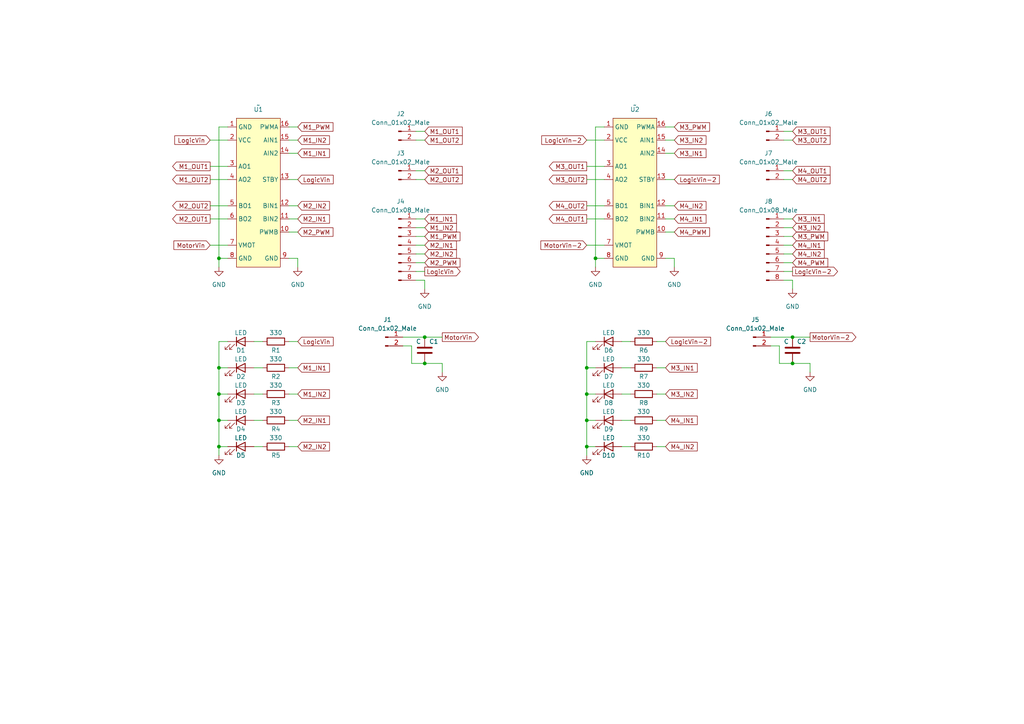
<source format=kicad_sch>
(kicad_sch (version 20230121) (generator eeschema)
  (paper "A4")
  (lib_symbols
    (symbol "@2023_MotorDriver:TB6612FNG"
      (property "Reference" "U" (at 0 2.54 0))
      (symbol "TB6612FNG_1_1"
        (rectangle (start -6.35 0) (end 6.35 -43.18) (fill (type background)))
        (pin passive line (at -8.89 -2.54 0) (length 2.54) (name "GND") (number "1"))
        (pin passive line (at 8.89 -33.02 180) (length 2.54) (name "PWMB") (number "10"))
        (pin passive line (at 8.89 -29.21 180) (length 2.54) (name "BIN2") (number "11"))
        (pin passive line (at 8.89 -25.4 180) (length 2.54) (name "BIN1") (number "12"))
        (pin passive line (at 8.89 -17.78 180) (length 2.54) (name "STBY") (number "13"))
        (pin passive line (at 8.89 -10.16 180) (length 2.54) (name "AIN2") (number "14"))
        (pin passive line (at 8.89 -6.35 180) (length 2.54) (name "AIN1") (number "15"))
        (pin passive line (at 8.89 -2.54 180) (length 2.54) (name "PWMA") (number "16"))
        (pin passive line (at -8.89 -6.35 0) (length 2.54) (name "VCC") (number "2"))
        (pin passive line (at -8.89 -13.97 0) (length 2.54) (name "AO1") (number "3"))
        (pin passive line (at -8.89 -17.78 0) (length 2.54) (name "AO2") (number "4"))
        (pin passive line (at -8.89 -25.4 0) (length 2.54) (name "BO1") (number "5"))
        (pin passive line (at -8.89 -29.21 0) (length 2.54) (name "BO2") (number "6"))
        (pin passive line (at -8.89 -36.83 0) (length 2.54) (name "VMOT") (number "7"))
        (pin passive line (at -8.89 -40.64 0) (length 2.54) (name "GND") (number "8"))
        (pin passive line (at 8.89 -40.64 180) (length 2.54) (name "GND") (number "9"))
      )
    )
    (symbol "Connector:Conn_01x02_Male" (pin_names (offset 1.016) hide)
      (property "Reference" "J" (at 0 2.54 0))
      (property "Value" "Conn_01x02_Male" (at 0 -5.08 0))
      (symbol "Conn_01x02_Male_1_1"
        (polyline (pts (xy 1.27 -2.54) (xy 0.8636 -2.54)) (stroke (width 0.1524)))
        (polyline (pts (xy 1.27 0) (xy 0.8636 0)) (stroke (width 0.1524)))
        (rectangle (start 0.8636 -2.413) (end 0 -2.667) (stroke (width 0.1524)) (fill (type outline)))
        (rectangle (start 0.8636 0.127) (end 0 -0.127) (stroke (width 0.1524)) (fill (type outline)))
        (pin passive line (at 5.08 0 180) (length 3.81) (name "Pin_1") (number "1"))
        (pin passive line (at 5.08 -2.54 180) (length 3.81) (name "Pin_2") (number "2"))
      )
    )
    (symbol "Connector:Conn_01x08_Male" (pin_names (offset 1.016) hide)
      (property "Reference" "J" (at 0 10.16 0))
      (property "Value" "Conn_01x08_Male" (at 0 -12.7 0))
      (symbol "Conn_01x08_Male_1_1"
        (polyline (pts (xy 1.27 -10.16) (xy 0.8636 -10.16)) (stroke (width 0.1524)))
        (polyline (pts (xy 1.27 -7.62) (xy 0.8636 -7.62)) (stroke (width 0.1524)))
        (polyline (pts (xy 1.27 -5.08) (xy 0.8636 -5.08)) (stroke (width 0.1524)))
        (polyline (pts (xy 1.27 -2.54) (xy 0.8636 -2.54)) (stroke (width 0.1524)))
        (polyline (pts (xy 1.27 0) (xy 0.8636 0)) (stroke (width 0.1524)))
        (polyline (pts (xy 1.27 2.54) (xy 0.8636 2.54)) (stroke (width 0.1524)))
        (polyline (pts (xy 1.27 5.08) (xy 0.8636 5.08)) (stroke (width 0.1524)))
        (polyline (pts (xy 1.27 7.62) (xy 0.8636 7.62)) (stroke (width 0.1524)))
        (rectangle (start 0.8636 -10.033) (end 0 -10.287) (stroke (width 0.1524)) (fill (type outline)))
        (rectangle (start 0.8636 -7.493) (end 0 -7.747) (stroke (width 0.1524)) (fill (type outline)))
        (rectangle (start 0.8636 -4.953) (end 0 -5.207) (stroke (width 0.1524)) (fill (type outline)))
        (rectangle (start 0.8636 -2.413) (end 0 -2.667) (stroke (width 0.1524)) (fill (type outline)))
        (rectangle (start 0.8636 0.127) (end 0 -0.127) (stroke (width 0.1524)) (fill (type outline)))
        (rectangle (start 0.8636 2.667) (end 0 2.413) (stroke (width 0.1524)) (fill (type outline)))
        (rectangle (start 0.8636 5.207) (end 0 4.953) (stroke (width 0.1524)) (fill (type outline)))
        (rectangle (start 0.8636 7.747) (end 0 7.493) (stroke (width 0.1524)) (fill (type outline)))
        (pin passive line (at 5.08 7.62 180) (length 3.81) (name "Pin_1") (number "1"))
        (pin passive line (at 5.08 5.08 180) (length 3.81) (name "Pin_2") (number "2"))
        (pin passive line (at 5.08 2.54 180) (length 3.81) (name "Pin_3") (number "3"))
        (pin passive line (at 5.08 0 180) (length 3.81) (name "Pin_4") (number "4"))
        (pin passive line (at 5.08 -2.54 180) (length 3.81) (name "Pin_5") (number "5"))
        (pin passive line (at 5.08 -5.08 180) (length 3.81) (name "Pin_6") (number "6"))
        (pin passive line (at 5.08 -7.62 180) (length 3.81) (name "Pin_7") (number "7"))
        (pin passive line (at 5.08 -10.16 180) (length 3.81) (name "Pin_8") (number "8"))
      )
    )
    (symbol "Device:C" (pin_numbers hide) (pin_names (offset 0.254))
      (property "Reference" "C" (at 0.635 2.54 0))
      (property "Value" "C" (at 0.635 -2.54 0))
      (symbol "C_0_1"
        (polyline (pts (xy -2.032 -0.762) (xy 2.032 -0.762)) (stroke (width 0.508)))
        (polyline (pts (xy -2.032 0.762) (xy 2.032 0.762)) (stroke (width 0.508)))
      )
      (symbol "C_1_1"
        (pin passive line (at 0 3.81 270) (length 2.794) (name "~") (number "1"))
        (pin passive line (at 0 -3.81 90) (length 2.794) (name "~") (number "2"))
      )
    )
    (symbol "Device:LED" (pin_numbers hide) (pin_names (offset 1.016) hide)
      (property "Reference" "D" (at 0 2.54 0))
      (property "Value" "LED" (at 0 -2.54 0))
      (symbol "LED_0_1"
        (polyline (pts (xy -1.27 -1.27) (xy -1.27 1.27)) (stroke (width 0.254)))
        (polyline (pts (xy -1.27 0) (xy 1.27 0)))
        (polyline (pts (xy 1.27 -1.27) (xy 1.27 1.27) (xy -1.27 0) (xy 1.27 -1.27)) (stroke (width 0.254)))
        (polyline (pts (xy -3.048 -0.762) (xy -4.572 -2.286) (xy -3.81 -2.286) (xy -4.572 -2.286) (xy -4.572 -1.524)))
        (polyline (pts (xy -1.778 -0.762) (xy -3.302 -2.286) (xy -2.54 -2.286) (xy -3.302 -2.286) (xy -3.302 -1.524)))
      )
      (symbol "LED_1_1"
        (pin passive line (at -3.81 0 0) (length 2.54) (name "K") (number "1"))
        (pin passive line (at 3.81 0 180) (length 2.54) (name "A") (number "2"))
      )
    )
    (symbol "Device:R" (pin_numbers hide) (pin_names (offset 0))
      (property "Reference" "R" (at 2.032 0 90))
      (property "Value" "R" (at 0 0 90))
      (symbol "R_0_1"
        (rectangle (start -1.016 -2.54) (end 1.016 2.54) (stroke (width 0.254)))
      )
      (symbol "R_1_1"
        (pin passive line (at 0 3.81 270) (length 1.27) (name "~") (number "1"))
        (pin passive line (at 0 -3.81 90) (length 1.27) (name "~") (number "2"))
      )
    )
    (symbol "power:GND" (power) (pin_names (offset 0))
      (property "Value" "GND" (at 0 -3.81 0))
      (symbol "GND_0_1"
        (polyline (pts (xy 0 0) (xy 0 -1.27) (xy 1.27 -1.27) (xy 0 -2.54) (xy -1.27 -1.27) (xy 0 -1.27)))
      )
      (symbol "GND_1_1"
        (pin power_in line (at 0 0 270) (length 0) hide (name "GND") (number "1"))
      )
    )
  )
  (junction (at 63.5 114.3))
  (junction (at 123.19 97.79))
  (junction (at 63.5 106.68))
  (junction (at 63.5 74.93))
  (junction (at 170.18 121.92))
  (junction (at 170.18 114.3))
  (junction (at 123.19 105.41))
  (junction (at 172.72 74.93))
  (junction (at 63.5 121.92))
  (junction (at 229.87 97.79))
  (junction (at 229.87 105.41))
  (junction (at 170.18 129.54))
  (junction (at 63.5 129.54))
  (junction (at 170.18 106.68))
  (wire (pts (xy 66.04 99.06) (xy 63.5 99.06)))
  (wire (pts (xy 83.82 63.5) (xy 86.36 63.5)))
  (wire (pts (xy 193.04 67.31) (xy 195.58 67.31)))
  (wire (pts (xy 229.87 105.41) (xy 234.95 105.41)))
  (wire (pts (xy 234.95 107.95) (xy 234.95 105.41)))
  (wire (pts (xy 120.65 73.66) (xy 123.19 73.66)))
  (wire (pts (xy 172.72 74.93) (xy 172.72 77.47)))
  (wire (pts (xy 83.82 74.93) (xy 86.36 74.93)))
  (wire (pts (xy 63.5 129.54) (xy 63.5 132.08)))
  (wire (pts (xy 83.82 99.06) (xy 86.36 99.06)))
  (wire (pts (xy 83.82 59.69) (xy 86.36 59.69)))
  (wire (pts (xy 170.18 63.5) (xy 175.26 63.5)))
  (wire (pts (xy 123.19 97.79) (xy 128.27 97.79)))
  (wire (pts (xy 170.18 71.12) (xy 175.26 71.12)))
  (wire (pts (xy 120.65 52.07) (xy 123.19 52.07)))
  (wire (pts (xy 120.65 81.28) (xy 123.19 81.28)))
  (wire (pts (xy 60.96 52.07) (xy 66.04 52.07)))
  (wire (pts (xy 73.66 106.68) (xy 76.2 106.68)))
  (wire (pts (xy 66.04 121.92) (xy 63.5 121.92)))
  (wire (pts (xy 227.33 40.64) (xy 229.87 40.64)))
  (wire (pts (xy 73.66 99.06) (xy 76.2 99.06)))
  (wire (pts (xy 66.04 36.83) (xy 63.5 36.83)))
  (wire (pts (xy 172.72 129.54) (xy 170.18 129.54)))
  (wire (pts (xy 193.04 36.83) (xy 195.58 36.83)))
  (wire (pts (xy 227.33 38.1) (xy 229.87 38.1)))
  (wire (pts (xy 120.65 68.58) (xy 123.19 68.58)))
  (wire (pts (xy 227.33 76.2) (xy 229.87 76.2)))
  (wire (pts (xy 195.58 74.93) (xy 195.58 77.47)))
  (wire (pts (xy 227.33 73.66) (xy 229.87 73.66)))
  (wire (pts (xy 227.33 52.07) (xy 229.87 52.07)))
  (wire (pts (xy 120.65 66.04) (xy 123.19 66.04)))
  (wire (pts (xy 172.72 99.06) (xy 170.18 99.06)))
  (wire (pts (xy 66.04 106.68) (xy 63.5 106.68)))
  (wire (pts (xy 123.19 105.41) (xy 128.27 105.41)))
  (wire (pts (xy 120.65 49.53) (xy 123.19 49.53)))
  (wire (pts (xy 120.65 63.5) (xy 123.19 63.5)))
  (wire (pts (xy 83.82 114.3) (xy 86.36 114.3)))
  (wire (pts (xy 63.5 36.83) (xy 63.5 74.93)))
  (wire (pts (xy 180.34 121.92) (xy 182.88 121.92)))
  (wire (pts (xy 170.18 106.68) (xy 170.18 114.3)))
  (wire (pts (xy 180.34 114.3) (xy 182.88 114.3)))
  (wire (pts (xy 172.72 36.83) (xy 172.72 74.93)))
  (wire (pts (xy 227.33 81.28) (xy 229.87 81.28)))
  (wire (pts (xy 170.18 59.69) (xy 175.26 59.69)))
  (wire (pts (xy 227.33 78.74) (xy 229.87 78.74)))
  (wire (pts (xy 60.96 71.12) (xy 66.04 71.12)))
  (wire (pts (xy 170.18 121.92) (xy 170.18 129.54)))
  (wire (pts (xy 170.18 99.06) (xy 170.18 106.68)))
  (wire (pts (xy 180.34 99.06) (xy 182.88 99.06)))
  (wire (pts (xy 190.5 121.92) (xy 193.04 121.92)))
  (wire (pts (xy 73.66 129.54) (xy 76.2 129.54)))
  (wire (pts (xy 73.66 121.92) (xy 76.2 121.92)))
  (wire (pts (xy 180.34 106.68) (xy 182.88 106.68)))
  (wire (pts (xy 83.82 44.45) (xy 86.36 44.45)))
  (wire (pts (xy 83.82 36.83) (xy 86.36 36.83)))
  (wire (pts (xy 66.04 114.3) (xy 63.5 114.3)))
  (wire (pts (xy 172.72 121.92) (xy 170.18 121.92)))
  (wire (pts (xy 170.18 40.64) (xy 175.26 40.64)))
  (wire (pts (xy 223.52 100.33) (xy 226.06 100.33)))
  (wire (pts (xy 170.18 52.07) (xy 175.26 52.07)))
  (wire (pts (xy 170.18 114.3) (xy 170.18 121.92)))
  (wire (pts (xy 128.27 107.95) (xy 128.27 105.41)))
  (wire (pts (xy 190.5 129.54) (xy 193.04 129.54)))
  (wire (pts (xy 119.38 105.41) (xy 123.19 105.41)))
  (wire (pts (xy 63.5 74.93) (xy 63.5 77.47)))
  (wire (pts (xy 63.5 121.92) (xy 63.5 129.54)))
  (wire (pts (xy 172.72 106.68) (xy 170.18 106.68)))
  (wire (pts (xy 227.33 66.04) (xy 229.87 66.04)))
  (wire (pts (xy 229.87 97.79) (xy 234.95 97.79)))
  (wire (pts (xy 227.33 49.53) (xy 229.87 49.53)))
  (wire (pts (xy 226.06 100.33) (xy 226.06 105.41)))
  (wire (pts (xy 170.18 129.54) (xy 170.18 132.08)))
  (wire (pts (xy 193.04 74.93) (xy 195.58 74.93)))
  (wire (pts (xy 193.04 63.5) (xy 195.58 63.5)))
  (wire (pts (xy 227.33 63.5) (xy 229.87 63.5)))
  (wire (pts (xy 170.18 48.26) (xy 175.26 48.26)))
  (wire (pts (xy 172.72 114.3) (xy 170.18 114.3)))
  (wire (pts (xy 116.84 97.79) (xy 123.19 97.79)))
  (wire (pts (xy 63.5 106.68) (xy 63.5 114.3)))
  (wire (pts (xy 226.06 105.41) (xy 229.87 105.41)))
  (wire (pts (xy 83.82 67.31) (xy 86.36 67.31)))
  (wire (pts (xy 180.34 129.54) (xy 182.88 129.54)))
  (wire (pts (xy 120.65 78.74) (xy 123.19 78.74)))
  (wire (pts (xy 119.38 100.33) (xy 119.38 105.41)))
  (wire (pts (xy 223.52 97.79) (xy 229.87 97.79)))
  (wire (pts (xy 83.82 129.54) (xy 86.36 129.54)))
  (wire (pts (xy 116.84 100.33) (xy 119.38 100.33)))
  (wire (pts (xy 120.65 71.12) (xy 123.19 71.12)))
  (wire (pts (xy 73.66 114.3) (xy 76.2 114.3)))
  (wire (pts (xy 190.5 106.68) (xy 193.04 106.68)))
  (wire (pts (xy 193.04 44.45) (xy 195.58 44.45)))
  (wire (pts (xy 60.96 59.69) (xy 66.04 59.69)))
  (wire (pts (xy 227.33 71.12) (xy 229.87 71.12)))
  (wire (pts (xy 227.33 68.58) (xy 229.87 68.58)))
  (wire (pts (xy 120.65 38.1) (xy 123.19 38.1)))
  (wire (pts (xy 60.96 48.26) (xy 66.04 48.26)))
  (wire (pts (xy 66.04 74.93) (xy 63.5 74.93)))
  (wire (pts (xy 190.5 99.06) (xy 193.04 99.06)))
  (wire (pts (xy 63.5 114.3) (xy 63.5 121.92)))
  (wire (pts (xy 120.65 40.64) (xy 123.19 40.64)))
  (wire (pts (xy 229.87 81.28) (xy 229.87 83.82)))
  (wire (pts (xy 190.5 114.3) (xy 193.04 114.3)))
  (wire (pts (xy 83.82 121.92) (xy 86.36 121.92)))
  (wire (pts (xy 123.19 81.28) (xy 123.19 83.82)))
  (wire (pts (xy 193.04 40.64) (xy 195.58 40.64)))
  (wire (pts (xy 175.26 74.93) (xy 172.72 74.93)))
  (wire (pts (xy 66.04 129.54) (xy 63.5 129.54)))
  (wire (pts (xy 83.82 52.07) (xy 86.36 52.07)))
  (wire (pts (xy 83.82 40.64) (xy 86.36 40.64)))
  (wire (pts (xy 193.04 52.07) (xy 195.58 52.07)))
  (wire (pts (xy 60.96 40.64) (xy 66.04 40.64)))
  (wire (pts (xy 120.65 76.2) (xy 123.19 76.2)))
  (wire (pts (xy 175.26 36.83) (xy 172.72 36.83)))
  (wire (pts (xy 60.96 63.5) (xy 66.04 63.5)))
  (wire (pts (xy 86.36 74.93) (xy 86.36 77.47)))
  (wire (pts (xy 83.82 106.68) (xy 86.36 106.68)))
  (wire (pts (xy 193.04 59.69) (xy 195.58 59.69)))
  (wire (pts (xy 63.5 99.06) (xy 63.5 106.68)))
  (global_label "M2_OUT2" (shape input) (at 123.19 52.07 0) (property "Intersheetrefs" "${INTERSHEET_REFS}" (effects hide)))
  (global_label "M3_OUT2" (shape input) (at 229.87 40.64 0) (property "Intersheetrefs" "${INTERSHEET_REFS}" (effects hide)))
  (global_label "MotorVin" (shape output) (at 128.27 97.79 0) (property "Intersheetrefs" "${INTERSHEET_REFS}" (effects hide)))
  (global_label "M4_IN1" (shape input) (at 195.58 63.5 0) (property "Intersheetrefs" "${INTERSHEET_REFS}" (effects hide)))
  (global_label "LogicVin" (shape input) (at 86.36 52.07 0) (property "Intersheetrefs" "${INTERSHEET_REFS}" (effects hide)))
  (global_label "M3_IN1" (shape input) (at 229.87 63.5 0) (property "Intersheetrefs" "${INTERSHEET_REFS}" (effects hide)))
  (global_label "MotorVin-2" (shape input) (at 170.18 71.12 180) (property "Intersheetrefs" "${INTERSHEET_REFS}" (effects hide)))
  (global_label "M2_OUT2" (shape output) (at 60.96 59.69 180) (property "Intersheetrefs" "${INTERSHEET_REFS}" (effects hide)))
  (global_label "LogicVin" (shape output) (at 123.19 78.74 0) (property "Intersheetrefs" "${INTERSHEET_REFS}" (effects hide)))
  (global_label "M4_IN2" (shape input) (at 193.04 129.54 0) (property "Intersheetrefs" "${INTERSHEET_REFS}" (effects hide)))
  (global_label "MotorVin" (shape input) (at 60.96 71.12 180) (property "Intersheetrefs" "${INTERSHEET_REFS}" (effects hide)))
  (global_label "M2_IN2" (shape input) (at 86.36 129.54 0) (property "Intersheetrefs" "${INTERSHEET_REFS}" (effects hide)))
  (global_label "M2_IN2" (shape input) (at 123.19 73.66 0) (property "Intersheetrefs" "${INTERSHEET_REFS}" (effects hide)))
  (global_label "M1_PWM" (shape input) (at 86.36 36.83 0) (property "Intersheetrefs" "${INTERSHEET_REFS}" (effects hide)))
  (global_label "LogicVin-2" (shape input) (at 193.04 99.06 0) (property "Intersheetrefs" "${INTERSHEET_REFS}" (effects hide)))
  (global_label "M4_IN2" (shape input) (at 229.87 73.66 0) (property "Intersheetrefs" "${INTERSHEET_REFS}" (effects hide)))
  (global_label "M1_IN2" (shape input) (at 86.36 40.64 0) (property "Intersheetrefs" "${INTERSHEET_REFS}" (effects hide)))
  (global_label "LogicVin-2" (shape output) (at 229.87 78.74 0) (property "Intersheetrefs" "${INTERSHEET_REFS}" (effects hide)))
  (global_label "M2_PWM" (shape input) (at 86.36 67.31 0) (property "Intersheetrefs" "${INTERSHEET_REFS}" (effects hide)))
  (global_label "M1_IN1" (shape input) (at 86.36 44.45 0) (property "Intersheetrefs" "${INTERSHEET_REFS}" (effects hide)))
  (global_label "M3_OUT2" (shape output) (at 170.18 52.07 180) (property "Intersheetrefs" "${INTERSHEET_REFS}" (effects hide)))
  (global_label "M4_PWM" (shape input) (at 229.87 76.2 0) (property "Intersheetrefs" "${INTERSHEET_REFS}" (effects hide)))
  (global_label "M3_PWM" (shape input) (at 195.58 36.83 0) (property "Intersheetrefs" "${INTERSHEET_REFS}" (effects hide)))
  (global_label "M4_OUT1" (shape input) (at 229.87 49.53 0) (property "Intersheetrefs" "${INTERSHEET_REFS}" (effects hide)))
  (global_label "M3_IN2" (shape input) (at 229.87 66.04 0) (property "Intersheetrefs" "${INTERSHEET_REFS}" (effects hide)))
  (global_label "M1_IN1" (shape input) (at 86.36 106.68 0) (property "Intersheetrefs" "${INTERSHEET_REFS}" (effects hide)))
  (global_label "LogicVin-2" (shape input) (at 195.58 52.07 0) (property "Intersheetrefs" "${INTERSHEET_REFS}" (effects hide)))
  (global_label "M2_IN1" (shape input) (at 86.36 121.92 0) (property "Intersheetrefs" "${INTERSHEET_REFS}" (effects hide)))
  (global_label "LogicVin-2" (shape input) (at 170.18 40.64 180) (property "Intersheetrefs" "${INTERSHEET_REFS}" (effects hide)))
  (global_label "M3_PWM" (shape input) (at 229.87 68.58 0) (property "Intersheetrefs" "${INTERSHEET_REFS}" (effects hide)))
  (global_label "M1_IN1" (shape input) (at 123.19 63.5 0) (property "Intersheetrefs" "${INTERSHEET_REFS}" (effects hide)))
  (global_label "M4_IN1" (shape input) (at 193.04 121.92 0) (property "Intersheetrefs" "${INTERSHEET_REFS}" (effects hide)))
  (global_label "M3_IN2" (shape input) (at 193.04 114.3 0) (property "Intersheetrefs" "${INTERSHEET_REFS}" (effects hide)))
  (global_label "M2_OUT1" (shape input) (at 123.19 49.53 0) (property "Intersheetrefs" "${INTERSHEET_REFS}" (effects hide)))
  (global_label "M1_OUT1" (shape input) (at 123.19 38.1 0) (property "Intersheetrefs" "${INTERSHEET_REFS}" (effects hide)))
  (global_label "M1_PWM" (shape input) (at 123.19 68.58 0) (property "Intersheetrefs" "${INTERSHEET_REFS}" (effects hide)))
  (global_label "M2_IN1" (shape input) (at 86.36 63.5 0) (property "Intersheetrefs" "${INTERSHEET_REFS}" (effects hide)))
  (global_label "M2_IN1" (shape input) (at 123.19 71.12 0) (property "Intersheetrefs" "${INTERSHEET_REFS}" (effects hide)))
  (global_label "M2_IN2" (shape input) (at 86.36 59.69 0) (property "Intersheetrefs" "${INTERSHEET_REFS}" (effects hide)))
  (global_label "M4_OUT2" (shape input) (at 229.87 52.07 0) (property "Intersheetrefs" "${INTERSHEET_REFS}" (effects hide)))
  (global_label "M3_IN1" (shape input) (at 193.04 106.68 0) (property "Intersheetrefs" "${INTERSHEET_REFS}" (effects hide)))
  (global_label "M1_OUT2" (shape output) (at 60.96 52.07 180) (property "Intersheetrefs" "${INTERSHEET_REFS}" (effects hide)))
  (global_label "M4_IN2" (shape input) (at 195.58 59.69 0) (property "Intersheetrefs" "${INTERSHEET_REFS}" (effects hide)))
  (global_label "M2_PWM" (shape input) (at 123.19 76.2 0) (property "Intersheetrefs" "${INTERSHEET_REFS}" (effects hide)))
  (global_label "LogicVin" (shape input) (at 86.36 99.06 0) (property "Intersheetrefs" "${INTERSHEET_REFS}" (effects hide)))
  (global_label "M4_PWM" (shape input) (at 195.58 67.31 0) (property "Intersheetrefs" "${INTERSHEET_REFS}" (effects hide)))
  (global_label "LogicVin" (shape input) (at 60.96 40.64 180) (property "Intersheetrefs" "${INTERSHEET_REFS}" (effects hide)))
  (global_label "MotorVin-2" (shape output) (at 234.95 97.79 0) (property "Intersheetrefs" "${INTERSHEET_REFS}" (effects hide)))
  (global_label "M3_IN1" (shape input) (at 195.58 44.45 0) (property "Intersheetrefs" "${INTERSHEET_REFS}" (effects hide)))
  (global_label "M2_OUT1" (shape output) (at 60.96 63.5 180) (property "Intersheetrefs" "${INTERSHEET_REFS}" (effects hide)))
  (global_label "M1_OUT1" (shape output) (at 60.96 48.26 180) (property "Intersheetrefs" "${INTERSHEET_REFS}" (effects hide)))
  (global_label "M1_IN2" (shape input) (at 123.19 66.04 0) (property "Intersheetrefs" "${INTERSHEET_REFS}" (effects hide)))
  (global_label "M3_OUT1" (shape input) (at 229.87 38.1 0) (property "Intersheetrefs" "${INTERSHEET_REFS}" (effects hide)))
  (global_label "M1_OUT2" (shape input) (at 123.19 40.64 0) (property "Intersheetrefs" "${INTERSHEET_REFS}" (effects hide)))
  (global_label "M4_OUT1" (shape output) (at 170.18 63.5 180) (property "Intersheetrefs" "${INTERSHEET_REFS}" (effects hide)))
  (global_label "M3_OUT1" (shape output) (at 170.18 48.26 180) (property "Intersheetrefs" "${INTERSHEET_REFS}" (effects hide)))
  (global_label "M4_OUT2" (shape output) (at 170.18 59.69 180) (property "Intersheetrefs" "${INTERSHEET_REFS}" (effects hide)))
  (global_label "M1_IN2" (shape input) (at 86.36 114.3 0) (property "Intersheetrefs" "${INTERSHEET_REFS}" (effects hide)))
  (global_label "M4_IN1" (shape input) (at 229.87 71.12 0) (property "Intersheetrefs" "${INTERSHEET_REFS}" (effects hide)))
  (global_label "M3_IN2" (shape input) (at 195.58 40.64 0) (property "Intersheetrefs" "${INTERSHEET_REFS}" (effects hide)))
  (symbol (lib_id "Device:R") (at 80.01 99.06 270) (unit 1)
    (property "Reference" "R1" (at 80.01 101.6 90))
    (property "Value" "330" (at 80.01 96.52 90))
    (property "Footprint" "Resistor_SMD:R_0805_2012Metric" (effects hide))
  )
  (symbol (lib_id "Connector:Conn_01x02_Male") (at 222.25 38.1 0) (unit 1)
    (property "Reference" "J6" (at 222.885 33.02 0))
    (property "Value" "Conn_01x02_Male" (at 222.885 35.56 0))
    (property "Footprint" "@2023_MotorDriver:JST_VH_B2PS-VH_1x02_P3.96mm_Horizontal" (effects hide))
  )
  (symbol (lib_id "@2023_MotorDriver:TB6612FNG") (at 184.15 34.29 0) (unit 1)
    (property "Reference" "U2" (at 184.15 31.75 0))
    (property "Value" "~" (at 184.15 30.48 0))
    (property "Footprint" "@2023_MotorDriver:TB6612FNG" (effects hide))
  )
  (symbol (lib_id "Connector:Conn_01x02_Male") (at 111.76 97.79 0) (unit 1)
    (property "Reference" "J1" (at 112.395 92.71 0))
    (property "Value" "Conn_01x02_Male" (at 112.395 95.25 0))
    (property "Footprint" "@2023_MotorDriver:JST_VH_B2PS-VH_1x02_P3.96mm_Horizontal" (effects hide))
  )
  (symbol (lib_id "Device:R") (at 80.01 121.92 270) (unit 1)
    (property "Reference" "R4" (at 80.01 124.46 90))
    (property "Value" "330" (at 80.01 119.38 90))
    (property "Footprint" "Resistor_SMD:R_0805_2012Metric" (effects hide))
  )
  (symbol (lib_id "Device:LED") (at 176.53 129.54 0) (unit 1)
    (property "Reference" "D10" (at 176.53 132.08 0))
    (property "Value" "LED" (at 176.53 127 0))
    (property "Footprint" "LED_SMD:LED_0603_1608Metric" (effects hide))
  )
  (symbol (lib_id "Device:C") (at 123.19 101.6 0) (unit 1)
    (property "Reference" "C1" (at 124.46 99.06 0) (effects (justify left)))
    (property "Value" "C" (at 120.65 99.06 0) (effects (justify left)))
    (property "Footprint" "Capacitor_SMD:C_1206_3216Metric" (effects hide))
  )
  (symbol (lib_id "Device:LED") (at 69.85 129.54 0) (unit 1)
    (property "Reference" "D5" (at 69.85 132.08 0))
    (property "Value" "LED" (at 69.85 127 0))
    (property "Footprint" "LED_SMD:LED_0603_1608Metric" (effects hide))
  )
  (symbol (lib_id "power:GND") (at 128.27 107.95 0) (unit 1)
    (property "Reference" "#PWR05" (effects hide))
    (property "Value" "GND" (at 128.27 113.03 0))
  )
  (symbol (lib_id "Device:LED") (at 69.85 121.92 0) (unit 1)
    (property "Reference" "D4" (at 69.85 124.46 0))
    (property "Value" "LED" (at 69.85 119.38 0))
    (property "Footprint" "LED_SMD:LED_0603_1608Metric" (effects hide))
  )
  (symbol (lib_id "Device:LED") (at 176.53 114.3 0) (unit 1)
    (property "Reference" "D8" (at 176.53 116.84 0))
    (property "Value" "LED" (at 176.53 111.76 0))
    (property "Footprint" "LED_SMD:LED_0603_1608Metric" (effects hide))
  )
  (symbol (lib_id "power:GND") (at 170.18 132.08 0) (unit 1)
    (property "Reference" "#PWR06" (effects hide))
    (property "Value" "GND" (at 170.18 137.16 0))
  )
  (symbol (lib_id "Device:LED") (at 176.53 121.92 0) (unit 1)
    (property "Reference" "D9" (at 176.53 124.46 0))
    (property "Value" "LED" (at 176.53 119.38 0))
    (property "Footprint" "LED_SMD:LED_0603_1608Metric" (effects hide))
  )
  (symbol (lib_id "Connector:Conn_01x08_Male") (at 222.25 71.12 0) (unit 1)
    (property "Reference" "J8" (at 222.885 58.42 0))
    (property "Value" "Conn_01x08_Male" (at 222.885 60.96 0))
    (property "Footprint" "Connector_JST:JST_XH_B8B-XH-A_1x08_P2.50mm_Vertical" (effects hide))
  )
  (symbol (lib_id "Device:LED") (at 176.53 106.68 0) (unit 1)
    (property "Reference" "D7" (at 176.53 109.22 0))
    (property "Value" "LED" (at 176.53 104.14 0))
    (property "Footprint" "LED_SMD:LED_0603_1608Metric" (effects hide))
  )
  (symbol (lib_id "@2023_MotorDriver:TB6612FNG") (at 74.93 34.29 0) (unit 1)
    (property "Reference" "U1" (at 74.93 31.75 0))
    (property "Value" "~" (at 74.93 30.48 0))
    (property "Footprint" "@2023_MotorDriver:TB6612FNG" (effects hide))
  )
  (symbol (lib_id "Device:R") (at 186.69 121.92 270) (unit 1)
    (property "Reference" "R9" (at 186.69 124.46 90))
    (property "Value" "330" (at 186.69 119.38 90))
    (property "Footprint" "Resistor_SMD:R_0805_2012Metric" (effects hide))
  )
  (symbol (lib_id "Device:R") (at 80.01 106.68 270) (unit 1)
    (property "Reference" "R2" (at 80.01 109.22 90))
    (property "Value" "330" (at 80.01 104.14 90))
    (property "Footprint" "Resistor_SMD:R_0805_2012Metric" (effects hide))
  )
  (symbol (lib_id "Device:R") (at 80.01 129.54 270) (unit 1)
    (property "Reference" "R5" (at 80.01 132.08 90))
    (property "Value" "330" (at 80.01 127 90))
    (property "Footprint" "Resistor_SMD:R_0805_2012Metric" (effects hide))
  )
  (symbol (lib_id "Connector:Conn_01x02_Male") (at 222.25 49.53 0) (unit 1)
    (property "Reference" "J7" (at 222.885 44.45 0))
    (property "Value" "Conn_01x02_Male" (at 222.885 46.99 0))
    (property "Footprint" "@2023_MotorDriver:JST_VH_B2PS-VH_1x02_P3.96mm_Horizontal" (effects hide))
  )
  (symbol (lib_id "power:GND") (at 229.87 83.82 0) (unit 1)
    (property "Reference" "#PWR09" (effects hide))
    (property "Value" "GND" (at 229.87 88.9 0))
  )
  (symbol (lib_id "Device:LED") (at 69.85 99.06 0) (unit 1)
    (property "Reference" "D1" (at 69.85 101.6 0))
    (property "Value" "LED" (at 69.85 96.52 0))
    (property "Footprint" "LED_SMD:LED_0603_1608Metric" (effects hide))
  )
  (symbol (lib_id "Connector:Conn_01x02_Male") (at 115.57 38.1 0) (unit 1)
    (property "Reference" "J2" (at 116.205 33.02 0))
    (property "Value" "Conn_01x02_Male" (at 116.205 35.56 0))
    (property "Footprint" "@2023_MotorDriver:JST_VH_B2PS-VH_1x02_P3.96mm_Horizontal" (effects hide))
  )
  (symbol (lib_id "Device:R") (at 186.69 114.3 270) (unit 1)
    (property "Reference" "R8" (at 186.69 116.84 90))
    (property "Value" "330" (at 186.69 111.76 90))
    (property "Footprint" "Resistor_SMD:R_0805_2012Metric" (effects hide))
  )
  (symbol (lib_id "power:GND") (at 123.19 83.82 0) (unit 1)
    (property "Reference" "#PWR04" (effects hide))
    (property "Value" "GND" (at 123.19 88.9 0))
  )
  (symbol (lib_id "Device:R") (at 186.69 129.54 270) (unit 1)
    (property "Reference" "R10" (at 186.69 132.08 90))
    (property "Value" "330" (at 186.69 127 90))
    (property "Footprint" "Resistor_SMD:R_0805_2012Metric" (effects hide))
  )
  (symbol (lib_id "Device:C") (at 229.87 101.6 0) (unit 1)
    (property "Reference" "C2" (at 231.14 99.06 0) (effects (justify left)))
    (property "Value" "C" (at 227.33 99.06 0) (effects (justify left)))
    (property "Footprint" "Capacitor_SMD:C_1206_3216Metric" (effects hide))
  )
  (symbol (lib_id "Device:LED") (at 69.85 114.3 0) (unit 1)
    (property "Reference" "D3" (at 69.85 116.84 0))
    (property "Value" "LED" (at 69.85 111.76 0))
    (property "Footprint" "LED_SMD:LED_0603_1608Metric" (effects hide))
  )
  (symbol (lib_id "power:GND") (at 172.72 77.47 0) (unit 1)
    (property "Reference" "#PWR07" (effects hide))
    (property "Value" "GND" (at 172.72 82.55 0))
  )
  (symbol (lib_id "Device:R") (at 80.01 114.3 270) (unit 1)
    (property "Reference" "R3" (at 80.01 116.84 90))
    (property "Value" "330" (at 80.01 111.76 90))
    (property "Footprint" "Resistor_SMD:R_0805_2012Metric" (effects hide))
  )
  (symbol (lib_id "Connector:Conn_01x02_Male") (at 218.44 97.79 0) (unit 1)
    (property "Reference" "J5" (at 219.075 92.71 0))
    (property "Value" "Conn_01x02_Male" (at 219.075 95.25 0))
    (property "Footprint" "@2023_MotorDriver:JST_VH_B2PS-VH_1x02_P3.96mm_Horizontal" (effects hide))
  )
  (symbol (lib_id "Device:R") (at 186.69 99.06 270) (unit 1)
    (property "Reference" "R6" (at 186.69 101.6 90))
    (property "Value" "330" (at 186.69 96.52 90))
    (property "Footprint" "Resistor_SMD:R_0805_2012Metric" (effects hide))
  )
  (symbol (lib_id "Connector:Conn_01x08_Male") (at 115.57 71.12 0) (unit 1)
    (property "Reference" "J4" (at 116.205 58.42 0))
    (property "Value" "Conn_01x08_Male" (at 116.205 60.96 0))
    (property "Footprint" "Connector_JST:JST_XH_B8B-XH-A_1x08_P2.50mm_Vertical" (effects hide))
  )
  (symbol (lib_id "power:GND") (at 195.58 77.47 0) (unit 1)
    (property "Reference" "#PWR08" (effects hide))
    (property "Value" "GND" (at 195.58 82.55 0))
  )
  (symbol (lib_id "power:GND") (at 63.5 132.08 0) (unit 1)
    (property "Reference" "#PWR02" (effects hide))
    (property "Value" "GND" (at 63.5 137.16 0))
  )
  (symbol (lib_id "Device:LED") (at 69.85 106.68 0) (unit 1)
    (property "Reference" "D2" (at 69.85 109.22 0))
    (property "Value" "LED" (at 69.85 104.14 0))
    (property "Footprint" "LED_SMD:LED_0603_1608Metric" (effects hide))
  )
  (symbol (lib_id "Device:R") (at 186.69 106.68 270) (unit 1)
    (property "Reference" "R7" (at 186.69 109.22 90))
    (property "Value" "330" (at 186.69 104.14 90))
    (property "Footprint" "Resistor_SMD:R_0805_2012Metric" (effects hide))
  )
  (symbol (lib_id "Connector:Conn_01x02_Male") (at 115.57 49.53 0) (unit 1)
    (property "Reference" "J3" (at 116.205 44.45 0))
    (property "Value" "Conn_01x02_Male" (at 116.205 46.99 0))
    (property "Footprint" "@2023_MotorDriver:JST_VH_B2PS-VH_1x02_P3.96mm_Horizontal" (effects hide))
  )
  (symbol (lib_id "power:GND") (at 86.36 77.47 0) (unit 1)
    (property "Reference" "#PWR03" (effects hide))
    (property "Value" "GND" (at 86.36 82.55 0))
  )
  (symbol (lib_id "power:GND") (at 63.5 77.47 0) (unit 1)
    (property "Reference" "#PWR01" (effects hide))
    (property "Value" "GND" (at 63.5 82.55 0))
  )
  (symbol (lib_id "power:GND") (at 234.95 107.95 0) (unit 1)
    (property "Reference" "#PWR010" (effects hide))
    (property "Value" "GND" (at 234.95 113.03 0))
  )
  (symbol (lib_id "Device:LED") (at 176.53 99.06 0) (unit 1)
    (property "Reference" "D6" (at 176.53 101.6 0))
    (property "Value" "LED" (at 176.53 96.52 0))
    (property "Footprint" "LED_SMD:LED_0603_1608Metric" (effects hide))
  )
)
</source>
